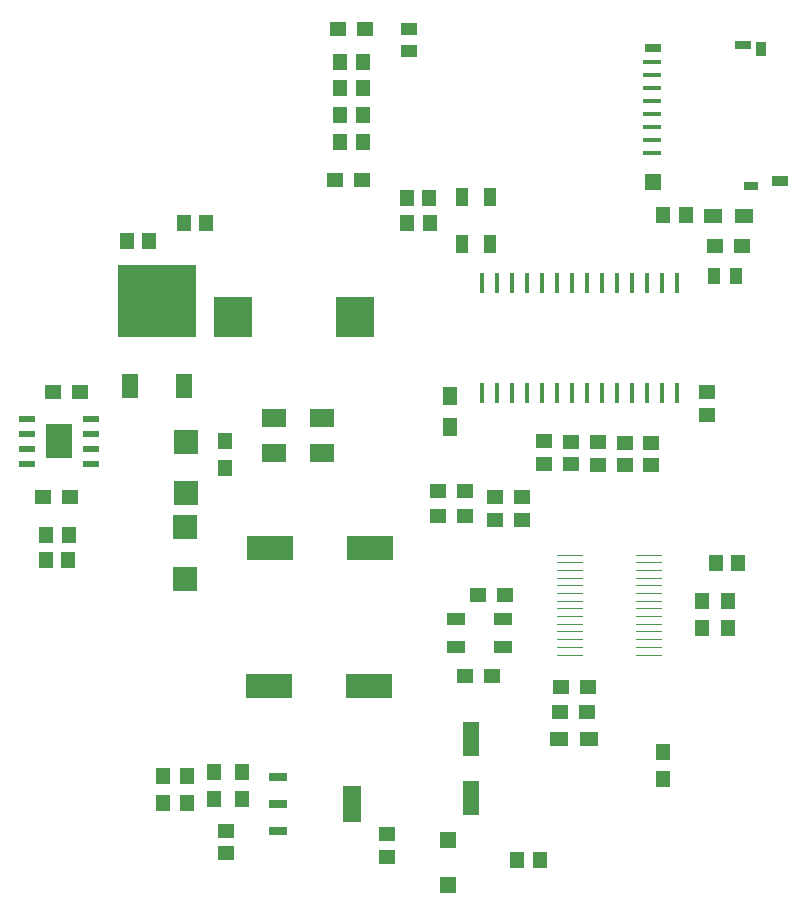
<source format=gtp>
G04 DesignSpark PCB Gerber Version 11.0 Build 5877*
G04 #@! TF.Part,Single*
G04 #@! TF.FileFunction,Paste,Top*
G04 #@! TF.FilePolarity,Positive*
%FSLAX35Y35*%
%MOMM*%
G04 #@! TA.AperFunction,SMDPad,CuDef*
%ADD117R,0.39760X1.69760*%
%ADD133R,0.84760X1.29760*%
%ADD135R,1.04760X1.36760*%
%ADD125R,1.04760X1.64760*%
%ADD110R,1.14300X1.37160*%
%ADD121R,1.14760X1.64760*%
%ADD114R,1.24460X1.37160*%
%ADD108R,1.37160X2.12760*%
%ADD118R,1.44760X2.99760*%
%ADD113R,1.59760X3.04760*%
%ADD124R,1.99760X2.04760*%
%ADD126R,1.99760X2.14760*%
%ADD105R,2.24760X2.94760*%
%ADD120R,3.19760X3.44760*%
%ADD129R,1.34760X1.34760*%
%ADD127R,2.14760X0.04760*%
%ADD128R,1.64760X0.29760*%
%ADD104R,1.37260X0.49760*%
%ADD131R,1.24760X0.64760*%
%ADD134R,1.34760X0.64760*%
%ADD130R,1.34760X0.74760*%
%ADD112R,1.59760X0.79760*%
%ADD132R,1.39760X0.84760*%
%ADD122R,1.36760X1.04760*%
%ADD123R,1.64760X1.04760*%
%ADD115R,1.37160X1.14300*%
%ADD116R,1.64760X1.14760*%
%ADD107R,1.37160X1.24460*%
%ADD119R,1.47760X1.37760*%
%ADD111R,2.09760X1.59760*%
%ADD106R,3.99760X1.99760*%
%ADD109R,6.58760X6.07760*%
G04 #@! TD.AperFunction*
X0Y0D02*
D02*
D104*
X262110Y4055850D03*
Y4182850D03*
Y4309850D03*
Y4436850D03*
X804510Y4055850D03*
Y4182850D03*
Y4309850D03*
Y4436850D03*
D02*
D105*
X533310Y4246350D03*
D02*
D106*
X2305810Y2173630D03*
X2313310Y3341890D03*
X3155810Y2173630D03*
X3163310Y3341890D03*
D02*
D107*
X394010Y3776130D03*
X477050Y4661350D03*
X622610Y3776130D03*
X705650Y4661350D03*
X2864010Y6456630D03*
X2894010Y7734630D03*
X3092610Y6456630D03*
X3122610Y7734630D03*
X3735010Y3612630D03*
X3736010Y3827630D03*
X3963610Y3612630D03*
X3964010Y2256350D03*
X3964610Y3827630D03*
X4079010Y2946350D03*
X4192610Y2256350D03*
X4307610Y2946350D03*
X4774010Y1956130D03*
X4776510Y2163630D03*
X5002610Y1956130D03*
X5005110Y2163630D03*
X6081510Y5896130D03*
X6310110D03*
D02*
D108*
X1129310Y4716470D03*
X1587310D03*
D02*
D109*
X1358310Y5430970D03*
D02*
D110*
X418060Y3243630D03*
X420560Y3453630D03*
X608560Y3243630D03*
X611060Y3453630D03*
X1103060Y5941130D03*
X1293560D03*
X1588060Y6093630D03*
X1778560D03*
X2913060Y6783630D03*
Y7008630D03*
Y7234630D03*
Y7458630D03*
X3103560Y6783630D03*
Y7008630D03*
Y7234630D03*
Y7458630D03*
X3473060Y6306130D03*
X3480560Y6091130D03*
X3663560Y6306130D03*
X3671060Y6091130D03*
X4410560Y703630D03*
X4601060D03*
X5645560Y6158630D03*
X5836060D03*
X6090560Y3216130D03*
X6281060D03*
D02*
D111*
X2353340Y4144390D03*
Y4444390D03*
X2753340Y4144390D03*
Y4444390D03*
D02*
D112*
X2381350Y946350D03*
Y1176350D03*
Y1406350D03*
D02*
D113*
X3011350Y1176350D03*
D02*
D114*
X1410810Y1181830D03*
Y1410430D03*
X1616350Y1184330D03*
Y1412930D03*
X1841350Y1222050D03*
Y1450650D03*
X1938310Y4016830D03*
Y4245430D03*
X2083310Y1219330D03*
Y1447930D03*
X5640810Y1389330D03*
Y1617930D03*
X5978310Y2663630D03*
Y2892230D03*
X6195810Y2664330D03*
Y2892930D03*
D02*
D115*
X1943310Y758380D03*
Y948880D03*
X3306350Y731100D03*
Y921600D03*
X4225810Y3580880D03*
Y3771380D03*
X4453310Y3580880D03*
Y3771380D03*
X4635810Y4058380D03*
Y4248880D03*
X4863310Y4050880D03*
Y4241380D03*
X5090810Y4048380D03*
Y4238880D03*
X5318310Y4045880D03*
Y4236380D03*
X5545810Y4043380D03*
Y4233880D03*
X6013310Y4473380D03*
Y4663880D03*
D02*
D116*
X4760810Y1728630D03*
X5020810D03*
X6070810Y6153630D03*
X6330810D03*
D02*
D117*
X4107840Y4651890D03*
Y5586890D03*
X4234840Y4651890D03*
Y5586890D03*
X4361840Y4651890D03*
Y5586890D03*
X4488840Y4651890D03*
Y5586890D03*
X4615840Y4651890D03*
Y5586890D03*
X4742840Y4651890D03*
Y5586890D03*
X4869840Y4651890D03*
Y5586890D03*
X4996840Y4651890D03*
Y5586890D03*
X5123840Y4651890D03*
Y5586890D03*
X5250840Y4651890D03*
Y5586890D03*
X5377840Y4651890D03*
Y5586890D03*
X5504840Y4651890D03*
Y5586890D03*
X5631840Y4651890D03*
Y5586890D03*
X5758840Y4651890D03*
Y5586890D03*
D02*
D118*
X4018310Y1223630D03*
Y1723630D03*
D02*
D119*
X3820810Y489390D03*
Y869390D03*
D02*
D120*
X2006350Y5296890D03*
X3036350D03*
D02*
D121*
X3843310Y4368630D03*
Y4628630D03*
D02*
D122*
X3490810Y7548630D03*
Y7733630D03*
D02*
D123*
X3890810Y2501350D03*
Y2741350D03*
X4290810Y2501350D03*
Y2741350D03*
D02*
D124*
X1600310Y3076890D03*
Y3516890D03*
D02*
D125*
X3940810Y5918630D03*
Y6318630D03*
X4180810Y5918630D03*
Y6318630D03*
D02*
D126*
X1601310Y3811890D03*
Y4241890D03*
D02*
D127*
X4853010Y2433130D03*
Y2498130D03*
Y2563130D03*
Y2628130D03*
Y2693130D03*
Y2758130D03*
Y2823130D03*
Y2888130D03*
Y2953130D03*
Y3018130D03*
Y3083130D03*
Y3148130D03*
Y3213130D03*
Y3278130D03*
X5528610Y2433130D03*
Y2498130D03*
Y2563130D03*
Y2628130D03*
Y2693130D03*
Y2758130D03*
Y2823130D03*
Y2888130D03*
Y2953130D03*
Y3018130D03*
Y3083130D03*
Y3148130D03*
Y3213130D03*
Y3278130D03*
D02*
D128*
X5550810Y6688630D03*
Y6798630D03*
Y6908630D03*
Y7018630D03*
Y7128630D03*
Y7238630D03*
Y7348630D03*
Y7458630D03*
D02*
D129*
X5563310Y6443630D03*
D02*
D130*
Y7578630D03*
D02*
D131*
X6388310Y6408630D03*
D02*
D132*
X6630810Y6453630D03*
D02*
D133*
X6473310Y7571130D03*
D02*
D134*
X6323310Y7603630D03*
D02*
D135*
X6073310Y5643630D03*
X6258310D03*
X0Y0D02*
M02*

</source>
